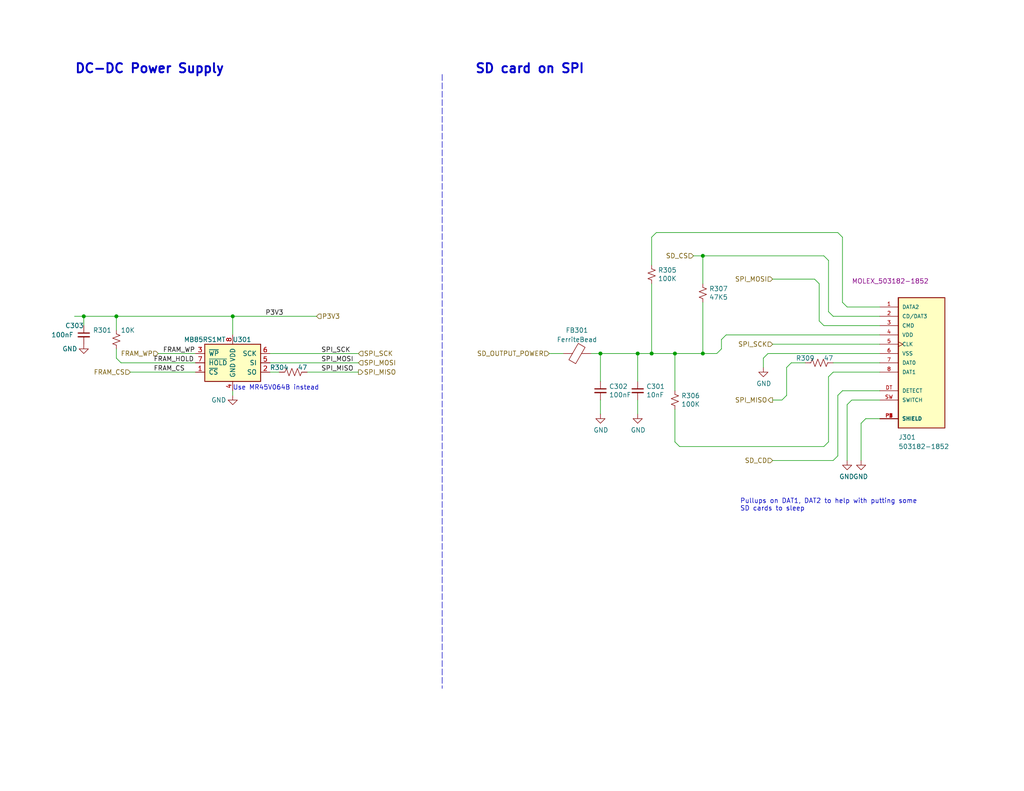
<source format=kicad_sch>
(kicad_sch (version 20211123) (generator eeschema)
  (paper "USLetter")
  (title_block (title "Sapphire Mini M2") (date "2022-10-04") (rev "1") (company "Southern Methodist Univ") (comment 1 "Chris Hayward") (comment 2 "Markup copy w/ errors!"))
  (lib_symbols
    (symbol "Device:C_Small" (pin_numbers hide) (pin_names (offset 0.254) hide)
      (property "Reference" "C" (at 0.254 1.778 0))
      (property "Value" "C_Small" (at 0.254 -2.032 0))
      (symbol "C_Small_0_1"
        (polyline (pts (xy -1.524 -0.508) (xy 1.524 -0.508)) (stroke (width 0.3302)))
        (polyline (pts (xy -1.524 0.508) (xy 1.524 0.508)) (stroke (width 0.3048)))
      )
      (symbol "C_Small_1_1"
        (pin passive line (at 0 2.54 270) (length 2.032) (name "~") (number "1"))
        (pin passive line (at 0 -2.54 90) (length 2.032) (name "~") (number "2"))
      )
    )
    (symbol "Device:FerriteBead" (pin_numbers hide) (pin_names (offset 0))
      (property "Reference" "FB" (at -3.81 0.635 90))
      (property "Value" "FerriteBead" (at 3.81 0 90))
      (symbol "FerriteBead_0_1"
        (polyline (pts (xy 0 -1.27) (xy 0 -1.2192)))
        (polyline (pts (xy 0 1.27) (xy 0 1.2954)))
        (polyline (pts (xy -2.7686 0.4064) (xy -1.7018 2.2606) (xy 2.7686 -0.3048) (xy 1.6764 -2.159) (xy -2.7686 0.4064)))
      )
      (symbol "FerriteBead_1_1"
        (pin passive line (at 0 3.81 270) (length 2.54) (name "~") (number "1"))
        (pin passive line (at 0 -3.81 90) (length 2.54) (name "~") (number "2"))
      )
    )
    (symbol "Device:R_Small_US" (pin_numbers hide) (pin_names (offset 0.254) hide)
      (property "Reference" "R" (at 0.762 0.508 0))
      (property "Value" "R_Small_US" (at 0.762 -1.016 0))
      (symbol "R_Small_US_1_1"
        (polyline (pts (xy 0 0) (xy 1.016 -0.381) (xy 0 -0.762) (xy -1.016 -1.143) (xy 0 -1.524)))
        (polyline (pts (xy 0 1.524) (xy 1.016 1.143) (xy 0 0.762) (xy -1.016 0.381) (xy 0 0)))
        (pin passive line (at 0 2.54 270) (length 1.016) (name "~") (number "1"))
        (pin passive line (at 0 -2.54 90) (length 1.016) (name "~") (number "2"))
      )
    )
    (symbol "Device:R_US" (pin_numbers hide) (pin_names (offset 0))
      (property "Reference" "R" (at 2.54 0 90))
      (property "Value" "R_US" (at -2.54 0 90))
      (symbol "R_US_0_1"
        (polyline (pts (xy 0 -2.286) (xy 0 -2.54)))
        (polyline (pts (xy 0 2.286) (xy 0 2.54)))
        (polyline (pts (xy 0 -0.762) (xy 1.016 -1.143) (xy 0 -1.524) (xy -1.016 -1.905) (xy 0 -2.286)))
        (polyline (pts (xy 0 0.762) (xy 1.016 0.381) (xy 0 0) (xy -1.016 -0.381) (xy 0 -0.762)))
        (polyline (pts (xy 0 2.286) (xy 1.016 1.905) (xy 0 1.524) (xy -1.016 1.143) (xy 0 0.762)))
      )
      (symbol "R_US_1_1"
        (pin passive line (at 0 3.81 270) (length 1.27) (name "~") (number "1"))
        (pin passive line (at 0 -3.81 90) (length 1.27) (name "~") (number "2"))
      )
    )
    (symbol "Memory_NVRAM:MB85RS1MT" (pin_names (offset 1.016))
      (property "Reference" "U302" (at 2.54 6.35 0))
      (property "Value" "MB85RS1MT" (at -7.62 6.35 0))
      (symbol "MB85RS1MT_0_1"
        (rectangle (start -7.62 5.08) (end 7.62 -5.08) (stroke (width 0.254)) (fill (type background)))
      )
      (symbol "MB85RS1MT_1_1"
        (pin input line (at -10.16 -2.54 0) (length 2.54) (name "~{CS}") (number "1"))
        (pin tri_state line (at 10.16 -2.54 180) (length 2.54) (name "SO") (number "2"))
        (pin input line (at -10.16 2.54 0) (length 2.54) (name "~{WP}") (number "3"))
        (pin power_in line (at 0 -7.62 90) (length 2.54) (name "GND") (number "4"))
        (pin input line (at 10.16 0 180) (length 2.54) (name "SI") (number "5"))
        (pin input line (at 10.16 2.54 180) (length 2.54) (name "SCK") (number "6"))
        (pin input line (at -10.16 0 0) (length 2.54) (name "~{HOLD}") (number "7"))
        (pin power_in line (at 0 7.62 270) (length 2.54) (name "VDD") (number "8"))
      )
    )
    (symbol "power:GND" (power) (pin_names (offset 0))
      (property "Value" "GND" (at 0 -3.81 0))
      (symbol "GND_0_1"
        (polyline (pts (xy 0 0) (xy 0 -1.27) (xy 1.27 -1.27) (xy 0 -2.54) (xy -1.27 -1.27) (xy 0 -1.27)))
      )
      (symbol "GND_1_1"
        (pin power_in line (at 0 0 270) (length 0) hide (name "GND") (number "1"))
      )
    )
    (symbol "sapphireMini:503182-1852" (pin_names (offset 1.016))
      (property "Reference" "J" (at 0 18.3388 0))
      (property "Value" "503182-1852" (at 0 -20.9042 0))
      (symbol "503182-1852_0_0"
        (rectangle (start 0 -17.78) (end 12.7 17.78) (stroke (width 0.254)) (fill (type background)))
        (polyline (pts (xy 0 17.78) (xy 0 -17.78)) (stroke (width 0.254)))
        (pin bidirectional line (at -5.08 15.24 0) (length 5.08) (name "DATA2") (number "1"))
        (pin bidirectional line (at -5.08 12.7 0) (length 5.08) (name "CD/DAT3") (number "2"))
        (pin bidirectional line (at -5.08 10.16 0) (length 5.08) (name "CMD") (number "3"))
        (pin power_in line (at -5.08 7.62 0) (length 5.08) (name "VDD") (number "4"))
        (pin bidirectional clock (at -5.08 5.08 0) (length 5.08) (name "CLK") (number "5"))
        (pin power_in line (at -5.08 2.54 0) (length 5.08) (name "VSS") (number "6"))
        (pin bidirectional line (at -5.08 0 0) (length 5.08) (name "DAT0") (number "7"))
        (pin bidirectional line (at -5.08 -2.54 0) (length 5.08) (name "DAT1") (number "8"))
        (pin bidirectional line (at -5.08 -7.62 0) (length 5.08) (name "DETECT") (number "DT"))
        (pin passive line (at -5.08 -15.24 0) (length 5.08) (name "SHIELD") (number "P1"))
        (pin passive line (at -5.08 -15.24 0) (length 5.08) (name "SHIELD") (number "P2"))
        (pin passive line (at -5.08 -15.24 0) (length 5.08) (name "SHIELD") (number "P3"))
        (pin passive line (at -5.08 -15.24 0) (length 5.08) (name "SHIELD") (number "P4"))
        (pin passive line (at -5.08 -15.24 0) (length 5.08) (name "SHIELD") (number "P5"))
        (pin bidirectional line (at -5.08 -10.16 0) (length 5.08) (name "SWITCH") (number "SW"))
      )
    )
  )
  (junction (at 177.8 96.52))
  (junction (at 191.77 69.85))
  (junction (at 173.99 96.52))
  (junction (at 63.5 86.36))
  (junction (at 22.86 86.36))
  (junction (at 31.75 86.36))
  (junction (at 163.83 96.52))
  (junction (at 191.77 96.52))
  (junction (at 184.15 96.52))
  (wire (pts (xy 173.99 109.22) (xy 173.99 113.03)))
  (wire (pts (xy 226.06 120.65) (xy 224.79 121.92)))
  (wire (pts (xy 31.75 97.79) (xy 31.75 95.25)))
  (wire (pts (xy 31.75 86.36) (xy 22.86 86.36)))
  (wire (pts (xy 33.02 99.06) (xy 53.34 99.06)))
  (wire (pts (xy 232.41 109.22) (xy 231.14 110.49)))
  (wire (pts (xy 195.58 96.52) (xy 191.77 96.52)))
  (wire (pts (xy 208.28 97.79) (xy 209.55 96.52)))
  (wire (pts (xy 191.77 69.85) (xy 224.79 69.85)))
  (wire (pts (xy 35.56 101.6) (xy 53.34 101.6)))
  (wire (pts (xy 227.33 86.36) (xy 226.06 85.09)))
  (wire (pts (xy 224.79 121.92) (xy 185.42 121.92)))
  (wire (pts (xy 223.52 77.47) (xy 222.25 76.2)))
  (polyline (pts (xy 120.65 20.32) (xy 120.65 187.96)))
  (wire (pts (xy 63.5 86.36) (xy 86.36 86.36)))
  (wire (pts (xy 229.87 82.55) (xy 229.87 64.77)))
  (wire (pts (xy 177.8 77.47) (xy 177.8 96.52)))
  (wire (pts (xy 149.86 96.52) (xy 153.67 96.52)))
  (wire (pts (xy 196.85 92.71) (xy 196.85 95.25)))
  (wire (pts (xy 240.03 114.3) (xy 236.22 114.3)))
  (wire (pts (xy 22.86 86.36) (xy 20.32 86.36)))
  (wire (pts (xy 231.14 110.49) (xy 231.14 125.73)))
  (wire (pts (xy 229.87 64.77) (xy 228.6 63.5)))
  (wire (pts (xy 227.33 125.73) (xy 210.82 125.73)))
  (wire (pts (xy 227.33 99.06) (xy 240.03 99.06)))
  (wire (pts (xy 33.02 99.06) (xy 31.75 97.79)))
  (wire (pts (xy 177.8 64.77) (xy 177.8 72.39)))
  (wire (pts (xy 179.07 63.5) (xy 177.8 64.77)))
  (wire (pts (xy 73.66 101.6) (xy 76.2 101.6)))
  (wire (pts (xy 196.85 95.25) (xy 195.58 96.52)))
  (wire (pts (xy 234.95 115.57) (xy 234.95 125.73)))
  (wire (pts (xy 191.77 82.55) (xy 191.77 96.52)))
  (wire (pts (xy 73.66 99.06) (xy 97.79 99.06)))
  (wire (pts (xy 231.14 83.82) (xy 229.87 82.55)))
  (wire (pts (xy 163.83 104.14) (xy 163.83 96.52)))
  (wire (pts (xy 227.33 86.36) (xy 240.03 86.36)))
  (wire (pts (xy 163.83 113.03) (xy 163.83 109.22)))
  (wire (pts (xy 231.14 83.82) (xy 240.03 83.82)))
  (wire (pts (xy 214.63 107.95) (xy 213.36 109.22)))
  (wire (pts (xy 226.06 85.09) (xy 226.06 71.12)))
  (wire (pts (xy 210.82 76.2) (xy 222.25 76.2)))
  (wire (pts (xy 224.79 88.9) (xy 223.52 87.63)))
  (wire (pts (xy 223.52 87.63) (xy 223.52 77.47)))
  (wire (pts (xy 208.28 100.33) (xy 208.28 97.79)))
  (wire (pts (xy 22.86 88.9) (xy 22.86 86.36)))
  (wire (pts (xy 228.6 124.46) (xy 227.33 125.73)))
  (wire (pts (xy 227.33 101.6) (xy 240.03 101.6)))
  (wire (pts (xy 228.6 63.5) (xy 179.07 63.5)))
  (wire (pts (xy 214.63 100.33) (xy 214.63 107.95)))
  (wire (pts (xy 232.41 109.22) (xy 240.03 109.22)))
  (wire (pts (xy 63.5 106.68) (xy 63.5 107.95)))
  (wire (pts (xy 213.36 109.22) (xy 210.82 109.22)))
  (wire (pts (xy 209.55 96.52) (xy 240.03 96.52)))
  (wire (pts (xy 161.29 96.52) (xy 163.83 96.52)))
  (wire (pts (xy 236.22 114.3) (xy 234.95 115.57)))
  (wire (pts (xy 177.8 96.52) (xy 184.15 96.52)))
  (wire (pts (xy 73.66 96.52) (xy 97.79 96.52)))
  (wire (pts (xy 227.33 101.6) (xy 226.06 102.87)))
  (wire (pts (xy 226.06 102.87) (xy 226.06 120.65)))
  (wire (pts (xy 215.9 99.06) (xy 214.63 100.33)))
  (wire (pts (xy 185.42 121.92) (xy 184.15 120.65)))
  (wire (pts (xy 229.87 106.68) (xy 228.6 107.95)))
  (wire (pts (xy 226.06 71.12) (xy 224.79 69.85)))
  (wire (pts (xy 191.77 69.85) (xy 191.77 77.47)))
  (wire (pts (xy 184.15 120.65) (xy 184.15 111.76)))
  (wire (pts (xy 173.99 104.14) (xy 173.99 96.52)))
  (wire (pts (xy 53.34 96.52) (xy 43.18 96.52)))
  (wire (pts (xy 210.82 93.98) (xy 240.03 93.98)))
  (wire (pts (xy 31.75 86.36) (xy 63.5 86.36)))
  (wire (pts (xy 198.12 91.44) (xy 196.85 92.71)))
  (wire (pts (xy 215.9 99.06) (xy 219.71 99.06)))
  (wire (pts (xy 189.23 69.85) (xy 191.77 69.85)))
  (wire (pts (xy 83.82 101.6) (xy 97.79 101.6)))
  (wire (pts (xy 224.79 88.9) (xy 240.03 88.9)))
  (wire (pts (xy 163.83 96.52) (xy 173.99 96.52)))
  (wire (pts (xy 184.15 96.52) (xy 191.77 96.52)))
  (wire (pts (xy 173.99 96.52) (xy 177.8 96.52)))
  (wire (pts (xy 229.87 106.68) (xy 240.03 106.68)))
  (wire (pts (xy 184.15 106.68) (xy 184.15 96.52)))
  (wire (pts (xy 31.75 90.17) (xy 31.75 86.36)))
  (wire (pts (xy 198.12 91.44) (xy 240.03 91.44)))
  (wire (pts (xy 228.6 107.95) (xy 228.6 124.46)))
  (wire (pts (xy 63.5 91.44) (xy 63.5 86.36)))
  (text "DC-DC Power Supply" (at 20.32 20.32 0) (effects (font (size 2.5 2.5) (thickness 0.5) bold) (justify left bottom)))
  (text "Use MR45V064B instead" (at 63.5 106.68 0) (effects (font (size 1.27 1.27)) (justify left bottom)))
  (text "SD card on SPI" (at 129.54 20.32 0) (effects (font (size 2.5 2.5) (thickness 0.5) bold) (justify left bottom)))
  (text "Pullups on DAT1, DAT2 to help with putting some\nSD cards to sleep" (at 201.93 139.7 0) (effects (font (size 1.27 1.27)) (justify left bottom)))
  (label "SPI_MOSI" (at 87.63 99.06 0))
  (label "P3V3" (at 72.39 86.36 0))
  (label "FRAM_CS" (at 41.91 101.6 0))
  (label "FRAM_WP" (at 44.45 96.52 0))
  (label "FRAM_HOLD" (at 41.91 99.06 0))
  (label "SPI_SCK" (at 87.63 96.52 0))
  (label "SPI_MISO" (at 87.63 101.6 0))
  (hierarchical_label "FRAM_WP" (shape input) (at 43.18 96.52 180))
  (hierarchical_label "SPI_MOSI" (shape input) (at 97.79 99.06 0))
  (hierarchical_label "SPI_MISO" (shape output) (at 210.82 109.22 180))
  (hierarchical_label "SPI_SCK" (shape input) (at 97.79 96.52 0))
  (hierarchical_label "P3V3" (shape input) (at 86.36 86.36 0))
  (hierarchical_label "SD_CS" (shape input) (at 189.23 69.85 180))
  (hierarchical_label "SD_OUTPUT_POWER" (shape input) (at 149.86 96.52 180))
  (hierarchical_label "SPI_SCK" (shape input) (at 210.82 93.98 180))
  (hierarchical_label "SPI_MOSI" (shape input) (at 210.82 76.2 180))
  (hierarchical_label "SD_CD" (shape input) (at 210.82 125.73 180))
  (hierarchical_label "SPI_MISO" (shape output) (at 97.79 101.6 0))
  (hierarchical_label "FRAM_CS" (shape input) (at 35.56 101.6 180))
  (symbol (lib_id "power:GND") (at 234.95 125.73 0) (mirror y) (unit 1)
    (property "Reference" "#PWR0306" (effects hide))
    (property "Value" "GND" (at 234.823 130.1242 0))
  )
  (symbol (lib_id "power:GND") (at 208.28 100.33 0) (unit 1)
    (property "Reference" "#PWR0304" (effects hide))
    (property "Value" "GND" (at 208.407 104.7242 0))
  )
  (symbol (lib_id "Device:R_Small_US") (at 177.8 74.93 0) (unit 1)
    (property "Reference" "R305" (at 179.5272 73.7616 0) (effects (justify left)))
    (property "Value" "100K" (at 179.5272 76.073 0) (effects (justify left)))
    (property "Footprint" "Resistor_SMD:R_0603_1608Metric" (effects hide))
    (property "MPN" "CRCW0603100KFKEAC" (effects hide))
    (property "DigiKey Price" "0.05" (effects hide))
    (property "Manufacturer" "Vishay" (effects hide))
    (property "Tolerance" "5%" (effects hide))
    (property "Populate" "1" (effects hide))
    (property "MacroFab_PN" "MF-RES-0603-100K" (effects hide))
    (property "Digi-Key_PN" "541-3950-1-ND" (effects hide))
    (property "Distributor" "Digikey" (effects hide))
    (property "DPN" "541-3950-1-ND" (effects hide))
    (property "Description" "100 kOhms ±1% 0.1W, 1/10W Chip Resistor 0603" (effects hide))
  )
  (symbol (lib_id "Device:R_Small_US") (at 184.15 109.22 0) (unit 1)
    (property "Reference" "R306" (at 185.8772 108.0516 0) (effects (justify left)))
    (property "Value" "100K" (at 185.8772 110.363 0) (effects (justify left)))
    (property "Footprint" "Resistor_SMD:R_0603_1608Metric" (effects hide))
    (property "MPN" "CRCW0603100KFKEAC" (effects hide))
    (property "DigiKey Price" "0.05" (effects hide))
    (property "Manufacturer" "Vishay" (effects hide))
    (property "Tolerance" "5%" (effects hide))
    (property "Populate" "1" (effects hide))
    (property "MacroFab_PN" "MF-RES-0603-100K" (effects hide))
    (property "Digi-Key_PN" "541-3950-1-ND" (effects hide))
    (property "Distributor" "Digikey" (effects hide))
    (property "DPN" "541-3950-1-ND" (effects hide))
    (property "Description" "100 kOhms ±1% 0.1W, 1/10W Chip Resistor 0603" (effects hide))
  )
  (symbol (lib_id "Device:C_Small") (at 163.83 106.68 0) (unit 1)
    (property "Reference" "C302" (at 166.1668 105.5116 0) (effects (justify left)))
    (property "Value" "100nF" (at 166.1668 107.823 0) (effects (justify left)))
    (property "Footprint" "Capacitor_SMD:C_0402_1005Metric" (effects hide))
    (property "DigiKey Price" "0.10" (effects hide))
    (property "MPN" "CL05A104KA5NNNC" (effects hide))
    (property "Manufacturer" "Samsung" (effects hide))
    (property "Tolerance" "10%" (effects hide))
    (property "Voltage" "25" (effects hide))
    (property "Voltage Rating (DC)" "25 volt" (effects hide))
    (property "Populate" "1" (effects hide))
    (property "MacroFab_PN" "MF-CAP-0603-0.1uF" (effects hide))
    (property "Digi-Key_PN" "1276-1006-1-ND " (effects hide))
    (property "Distributor" "Digikey" (effects hide))
    (property "DPN" "1276-1006-1-ND " (effects hide))
    (property "Description" "0.1 µF ±10% 25V Ceramic Capacitor X5R 0402 (1005 Metric)" (effects hide))
  )
  (symbol (lib_id "Device:R_Small_US") (at 191.77 80.01 180) (unit 1)
    (property "Reference" "R307" (at 193.4972 78.8416 0) (effects (justify right)))
    (property "Value" "47K5" (at 193.4972 81.153 0) (effects (justify right)))
    (property "Footprint" "Resistor_SMD:R_0603_1608Metric" (effects hide))
    (property "DigiKey Price" "0.10" (effects hide))
    (property "Manufacturer" "Vishay" (effects hide))
    (property "MPN" "CRCW060347K5FKEAC" (effects hide))
    (property "Tolerance" "1%" (effects hide))
    (property "Populate" "1" (effects hide))
    (property "MacroFab_PN" "CRCW060347K5FKEAC" (effects hide))
    (property "Digi-Key_PN" "541-4050-1-ND" (effects hide))
    (property "Distributor" "Digikey" (effects hide))
    (property "DPN" "541-4050-1-ND" (effects hide))
    (property "Description" "47.5 kOhms ±1% 0.1W, 1/10W Chip Resistor 0603" (effects hide))
  )
  (symbol (lib_id "power:GND") (at 163.83 113.03 0) (unit 1)
    (property "Reference" "#PWR0303" (effects hide))
    (property "Value" "GND" (at 163.957 117.4242 0))
  )
  (symbol (lib_id "power:GND") (at 22.86 93.98 0) (mirror y) (unit 1)
    (property "Reference" "#PWR0307" (effects hide))
    (property "Value" "GND" (at 19.05 95.25 0))
  )
  (symbol (lib_id "Device:R_Small_US") (at 31.75 92.71 180) (unit 1)
    (property "Reference" "R301" (at 30.48 90.17 0) (effects (justify left)))
    (property "Value" "10K" (at 36.83 90.17 0) (effects (justify left)))
    (property "Footprint" "Resistor_SMD:R_0603_1608Metric" (effects hide))
    (property "DigiKey Price" "0.05" (effects hide))
    (property "Manufacturer" "Vishay" (effects hide))
    (property "MPN" "CRCW060347R0FKEAC" (effects hide))
    (property "Tolerance" "5%" (effects hide))
    (property "Populate" "1" (effects hide))
    (property "MacroFab_PN" "MF-RES-0603-2K" (effects hide))
    (property "Digi-Key_PN" "541-5440-1-ND" (effects hide))
    (property "Distributor" "Digikey" (effects hide))
    (property "DPN" "541-5440-1-ND" (effects hide))
    (property "Description" "47 Ohms ±1% 0.1W, 1/10W Chip Resistor 0603" (effects hide))
  )
  (symbol (lib_id "power:GND") (at 231.14 125.73 0) (mirror y) (unit 1)
    (property "Reference" "#PWR0305" (effects hide))
    (property "Value" "GND" (at 231.013 130.1242 0))
  )
  (symbol (lib_id "power:GND") (at 63.5 107.95 0) (mirror y) (unit 1)
    (property "Reference" "#PWR0301" (effects hide))
    (property "Value" "GND" (at 59.69 109.22 0))
  )
  (symbol (lib_id "Device:R_US") (at 80.01 101.6 270) (unit 1)
    (property "Reference" "R304" (at 76.2 100.33 90))
    (property "Value" "47" (at 82.55 100.33 90))
    (property "Footprint" "Resistor_SMD:R_0603_1608Metric" (effects hide))
    (property "Description" "47 Ohms ±1% 0.1W, 1/10W Chip Resistor 0603" (effects hide))
    (property "MPN" "CRCW060347R0FKEAC" (effects hide))
  )
  (symbol (lib_id "Device:C_Small") (at 173.99 106.68 0) (unit 1)
    (property "Reference" "C301" (at 176.3268 105.5116 0) (effects (justify left)))
    (property "Value" "10nF" (at 176.3268 107.823 0) (effects (justify left)))
    (property "Footprint" "Capacitor_SMD:C_0402_1005Metric" (effects hide))
    (property "DigiKey Price" "0.10" (effects hide))
    (property "MPN" "CL05B103KB5NNNC" (effects hide))
    (property "Manufacturer" "Samsung" (effects hide))
    (property "Tolerance" "10%" (effects hide))
    (property "Voltage" "25" (effects hide))
    (property "Voltage Rating (DC)" "25 volt" (effects hide))
    (property "Populate" "1" (effects hide))
    (property "Distributor" "Digikey" (effects hide))
  )
  (symbol (lib_id "Device:R_US") (at 223.52 99.06 270) (unit 1)
    (property "Reference" "R309" (at 219.71 97.79 90))
    (property "Value" "47" (at 226.06 97.79 90))
    (property "Footprint" "Resistor_SMD:R_0603_1608Metric" (effects hide))
    (property "Description" "47 Ohms ±1% 0.1W, 1/10W Chip Resistor 0603" (effects hide))
    (property "MPN" "CRCW060347R0FKEAC" (effects hide))
  )
  (symbol (lib_id "Device:C_Small") (at 22.86 91.44 0) (unit 1)
    (property "Reference" "C303" (at 17.78 88.9 0) (effects (justify left)))
    (property "Value" "100nF" (at 13.97 91.44 0) (effects (justify left)))
    (property "Footprint" "Capacitor_SMD:C_0402_1005Metric" (effects hide))
    (property "DigiKey Price" "0.10" (effects hide))
    (property "MPN" "CL05A104KA5NNNC" (effects hide))
    (property "Manufacturer" "Samsung" (effects hide))
    (property "Tolerance" "10%" (effects hide))
    (property "Voltage" "25" (effects hide))
    (property "Voltage Rating (DC)" "25 volt" (effects hide))
    (property "Populate" "1" (effects hide))
    (property "MacroFab_PN" "MF-CAP-0603-0.1uF" (effects hide))
    (property "Digi-Key_PN" "1276-1006-1-ND " (effects hide))
    (property "Distributor" "Digikey" (effects hide))
    (property "DPN" "1276-1006-1-ND " (effects hide))
    (property "Description" "0.1 µF ±10% 25V Ceramic Capacitor X5R 0402 (1005 Metric)" (effects hide))
  )
  (symbol (lib_id "sapphireMini:503182-1852") (at 245.11 99.06 0) (unit 1)
    (property "Reference" "J301" (at 245.11 119.3831 0) (effects (justify left)))
    (property "Value" "503182-1852" (at 245.11 121.92 0) (effects (justify left)))
    (property "Footprint" "MOLEX_503182-1852" (at 232.41 77.47 0) (effects (justify left bottom)))
    (property "MANUFACTURER" "Molex" (effects hide))
    (property "Description" "MICRO SD NORMAL ULTRALOWPRO8CKTE" (effects hide))
    (property "MPN" "503182-1852" (effects hide))
    (property "Manufacturer" "Amphenol ICC (FCI)" (effects hide))
  )
  (symbol (lib_id "Device:FerriteBead") (at 157.48 96.52 90) (unit 1)
    (property "Reference" "FB301" (at 157.4292 90.1786 90))
    (property "Value" "FerriteBead" (at 157.4292 92.7155 90))
    (property "Footprint" "Inductor_SMD:L_0603_1608Metric" (effects hide))
    (property "Description" "220 Ohms @ 100 MHz 1 Ferrite Bead 0603 (1608 Metric) 500mA 250mOhm" (effects hide))
    (property "MPN" "BLM18AG221SN1D" (effects hide))
  )
  (symbol (lib_id "power:GND") (at 173.99 113.03 0) (unit 1)
    (property "Reference" "#PWR0106" (effects hide))
    (property "Value" "GND" (at 174.117 117.4242 0))
  )
  (symbol (lib_id "Memory_NVRAM:MB85RS1MT") (at 63.5 99.06 0) (unit 1)
    (property "Reference" "U301" (at 66.04 92.71 0))
    (property "Value" "MB85RS1MT" (at 55.88 92.71 0))
    (property "Footprint" "Package_SO:SOP-8_3.9x4.9mm_P1.27mm" (effects hide))
    (property "Datasheet" "http://www.fujitsu.com/downloads/MICRO/fsa/pdf/products/memory/fram/MB85RS16-DS501-00014-6v0-E.pdf" (effects hide))
    (property "DPN" "865-MB85RS2MLYPNF-GS-AWE2-ND‎" (effects hide))
    (property "MPN" "MR45V064BMAZAATL" (effects hide))
    (property "Populate" "1" (effects hide))
    (property "Description" "FRAM (Ferroelectric RAM) Memory IC 64Kb (8K x 8) SPI 40 MHz 8-SOP" (effects hide))
    (property "Digi-Key_PN" "MR45V064BMAZAATLCT-ND" (effects hide))
    (property "Manufacturer" "Rohm" (effects hide))
    (property "OnHand" "110" (effects hide))
    (property "Status" "MiniReel" (effects hide))
    (property "Distributor" "Digikey" (effects hide))
  )
)
</source>
